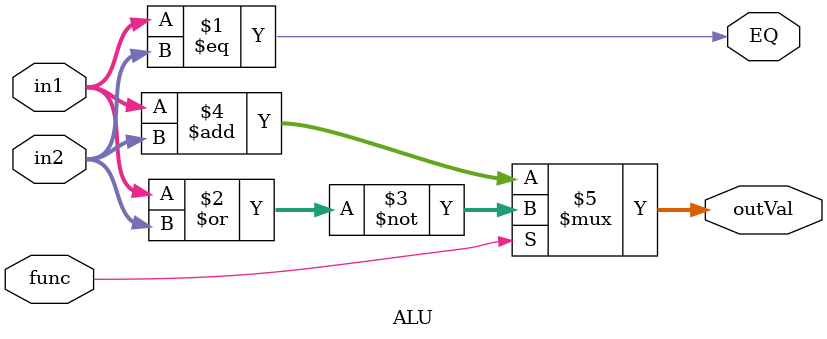
<source format=v>
module ALU(in1, in2, func, EQ, outVal);
  input [15:0] in1, in2;
  input func;
  output EQ;
  output [15:0] outVal;

  assign EQ = (in1 == in2);
  assign outVal = func ? ~(in1 | in2) : (in1 + in2);

endmodule
</source>
